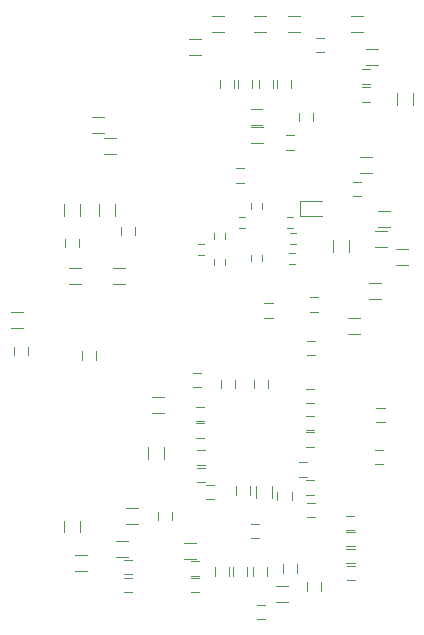
<source format=gbr>
G04 #@! TF.FileFunction,Legend,Bot*
%FSLAX46Y46*%
G04 Gerber Fmt 4.6, Leading zero omitted, Abs format (unit mm)*
G04 Created by KiCad (PCBNEW 4.0.5) date 07/19/18 22:11:56*
%MOMM*%
%LPD*%
G01*
G04 APERTURE LIST*
%ADD10C,0.100000*%
%ADD11C,0.120000*%
G04 APERTURE END LIST*
D10*
D11*
X158488000Y-43262000D02*
X157488000Y-43262000D01*
X157488000Y-44622000D02*
X158488000Y-44622000D01*
X151603000Y-37434000D02*
X151603000Y-36734000D01*
X150403000Y-36734000D02*
X150403000Y-37434000D01*
X145130000Y-71028000D02*
X144430000Y-71028000D01*
X144430000Y-72228000D02*
X145130000Y-72228000D01*
X141570000Y-74010000D02*
X141570000Y-73310000D01*
X140370000Y-73310000D02*
X140370000Y-74010000D01*
X143172000Y-78705000D02*
X143872000Y-78705000D01*
X143872000Y-77505000D02*
X143172000Y-77505000D01*
X143148000Y-80102000D02*
X143848000Y-80102000D01*
X143848000Y-78902000D02*
X143148000Y-78902000D01*
X144241000Y-64424000D02*
X143541000Y-64424000D01*
X143541000Y-65624000D02*
X144241000Y-65624000D01*
X144241000Y-65821000D02*
X143541000Y-65821000D01*
X143541000Y-67021000D02*
X144241000Y-67021000D01*
X137445000Y-78578000D02*
X138145000Y-78578000D01*
X138145000Y-77378000D02*
X137445000Y-77378000D01*
X137457000Y-80102000D02*
X138157000Y-80102000D01*
X138157000Y-78902000D02*
X137457000Y-78902000D01*
X158338000Y-35849000D02*
X157638000Y-35849000D01*
X157638000Y-37049000D02*
X158338000Y-37049000D01*
X158338000Y-37373000D02*
X157638000Y-37373000D01*
X157638000Y-38573000D02*
X158338000Y-38573000D01*
X129378000Y-60040000D02*
X129378000Y-59340000D01*
X128178000Y-59340000D02*
X128178000Y-60040000D01*
X135093000Y-60421000D02*
X135093000Y-59721000D01*
X133893000Y-59721000D02*
X133893000Y-60421000D01*
X148748000Y-82388000D02*
X149448000Y-82388000D01*
X149448000Y-81188000D02*
X148748000Y-81188000D01*
X148914600Y-74330000D02*
X148214600Y-74330000D01*
X148214600Y-75530000D02*
X148914600Y-75530000D01*
X157016500Y-76425500D02*
X156316500Y-76425500D01*
X156316500Y-77625500D02*
X157016500Y-77625500D01*
X159544500Y-64487500D02*
X158844500Y-64487500D01*
X158844500Y-65687500D02*
X159544500Y-65687500D01*
X157068000Y-77886000D02*
X156368000Y-77886000D01*
X156368000Y-79086000D02*
X157068000Y-79086000D01*
X159417500Y-68043500D02*
X158717500Y-68043500D01*
X158717500Y-69243500D02*
X159417500Y-69243500D01*
X154143000Y-79979000D02*
X154143000Y-79279000D01*
X152943000Y-79279000D02*
X152943000Y-79979000D01*
X156992500Y-73631500D02*
X156292500Y-73631500D01*
X156292500Y-74831500D02*
X156992500Y-74831500D01*
X157016500Y-75028500D02*
X156316500Y-75028500D01*
X156316500Y-76228500D02*
X157016500Y-76228500D01*
X146974000Y-71151000D02*
X146974000Y-71851000D01*
X148174000Y-71851000D02*
X148174000Y-71151000D01*
X146396000Y-78709000D02*
X146396000Y-78009000D01*
X145196000Y-78009000D02*
X145196000Y-78709000D01*
X147920000Y-78709000D02*
X147920000Y-78009000D01*
X146720000Y-78009000D02*
X146720000Y-78709000D01*
X144368000Y-69567500D02*
X143668000Y-69567500D01*
X143668000Y-70767500D02*
X144368000Y-70767500D01*
X149698000Y-62834000D02*
X149698000Y-62134000D01*
X148498000Y-62134000D02*
X148498000Y-62834000D01*
X152863500Y-64100000D02*
X153563500Y-64100000D01*
X153563500Y-62900000D02*
X152863500Y-62900000D01*
X152304000Y-70323000D02*
X153004000Y-70323000D01*
X153004000Y-69123000D02*
X152304000Y-69123000D01*
X152875500Y-71847000D02*
X153575500Y-71847000D01*
X153575500Y-70647000D02*
X152875500Y-70647000D01*
X152939000Y-73752000D02*
X153639000Y-73752000D01*
X153639000Y-72552000D02*
X152939000Y-72552000D01*
X150466500Y-71595500D02*
X150466500Y-72295500D01*
X151666500Y-72295500D02*
X151666500Y-71595500D01*
X152111000Y-78455000D02*
X152111000Y-77755000D01*
X150911000Y-77755000D02*
X150911000Y-78455000D01*
X152863500Y-66386000D02*
X153563500Y-66386000D01*
X153563500Y-65186000D02*
X152863500Y-65186000D01*
X152863500Y-67783000D02*
X153563500Y-67783000D01*
X153563500Y-66583000D02*
X152863500Y-66583000D01*
X152939000Y-60036000D02*
X153639000Y-60036000D01*
X153639000Y-58836000D02*
X152939000Y-58836000D01*
X146904000Y-62834000D02*
X146904000Y-62134000D01*
X145704000Y-62134000D02*
X145704000Y-62834000D01*
X144038500Y-61566500D02*
X143338500Y-61566500D01*
X143338500Y-62766500D02*
X144038500Y-62766500D01*
X144368000Y-68107000D02*
X143668000Y-68107000D01*
X143668000Y-69307000D02*
X144368000Y-69307000D01*
X151161000Y-42637000D02*
X151861000Y-42637000D01*
X151861000Y-41437000D02*
X151161000Y-41437000D01*
X152308000Y-39528000D02*
X152308000Y-40228000D01*
X153508000Y-40228000D02*
X153508000Y-39528000D01*
X153701000Y-34382000D02*
X154401000Y-34382000D01*
X154401000Y-33182000D02*
X153701000Y-33182000D01*
X148301000Y-37434000D02*
X148301000Y-36734000D01*
X147101000Y-36734000D02*
X147101000Y-37434000D01*
X146777000Y-37434000D02*
X146777000Y-36734000D01*
X145577000Y-36734000D02*
X145577000Y-37434000D01*
X150079000Y-37434000D02*
X150079000Y-36734000D01*
X148879000Y-36734000D02*
X148879000Y-37434000D01*
X133696000Y-50896000D02*
X133696000Y-50196000D01*
X132496000Y-50196000D02*
X132496000Y-50896000D01*
X137195000Y-49180000D02*
X137195000Y-49880000D01*
X138395000Y-49880000D02*
X138395000Y-49180000D01*
X153893000Y-55153000D02*
X153193000Y-55153000D01*
X153193000Y-56353000D02*
X153893000Y-56353000D01*
X157576000Y-45374000D02*
X156876000Y-45374000D01*
X156876000Y-46574000D02*
X157576000Y-46574000D01*
X152393000Y-48225000D02*
X152393000Y-47025000D01*
X154243000Y-48225000D02*
X152393000Y-48225000D01*
X154243000Y-47025000D02*
X152393000Y-47025000D01*
X140888000Y-68826000D02*
X140888000Y-67826000D01*
X139528000Y-67826000D02*
X139528000Y-68826000D01*
X143545000Y-75901000D02*
X142545000Y-75901000D01*
X142545000Y-77261000D02*
X143545000Y-77261000D01*
X140835000Y-63582000D02*
X139835000Y-63582000D01*
X139835000Y-64942000D02*
X140835000Y-64942000D01*
X137787000Y-75774000D02*
X136787000Y-75774000D01*
X136787000Y-77134000D02*
X137787000Y-77134000D01*
X157996000Y-35478000D02*
X158996000Y-35478000D01*
X158996000Y-34118000D02*
X157996000Y-34118000D01*
X128897000Y-56343000D02*
X127897000Y-56343000D01*
X127897000Y-57703000D02*
X128897000Y-57703000D01*
X134346000Y-76917000D02*
X133346000Y-76917000D01*
X133346000Y-78277000D02*
X134346000Y-78277000D01*
X132416000Y-74049000D02*
X132416000Y-75049000D01*
X133776000Y-75049000D02*
X133776000Y-74049000D01*
X151376000Y-79584000D02*
X150376000Y-79584000D01*
X150376000Y-80944000D02*
X151376000Y-80944000D01*
X132416000Y-47252000D02*
X132416000Y-48252000D01*
X133776000Y-48252000D02*
X133776000Y-47252000D01*
X135337000Y-47252000D02*
X135337000Y-48252000D01*
X136697000Y-48252000D02*
X136697000Y-47252000D01*
X150032000Y-72128000D02*
X150032000Y-71128000D01*
X148672000Y-71128000D02*
X148672000Y-72128000D01*
X137676000Y-74340000D02*
X138676000Y-74340000D01*
X138676000Y-72980000D02*
X137676000Y-72980000D01*
X144010000Y-33229000D02*
X143010000Y-33229000D01*
X143010000Y-34589000D02*
X144010000Y-34589000D01*
X157726000Y-31324000D02*
X156726000Y-31324000D01*
X156726000Y-32684000D02*
X157726000Y-32684000D01*
X145915000Y-31324000D02*
X144915000Y-31324000D01*
X144915000Y-32684000D02*
X145915000Y-32684000D01*
X149471000Y-31324000D02*
X148471000Y-31324000D01*
X148471000Y-32684000D02*
X149471000Y-32684000D01*
X152392000Y-31324000D02*
X151392000Y-31324000D01*
X151392000Y-32684000D02*
X152392000Y-32684000D01*
X133850000Y-52660000D02*
X132850000Y-52660000D01*
X132850000Y-54020000D02*
X133850000Y-54020000D01*
X137533000Y-52660000D02*
X136533000Y-52660000D01*
X136533000Y-54020000D02*
X137533000Y-54020000D01*
X135755000Y-39833000D02*
X134755000Y-39833000D01*
X134755000Y-41193000D02*
X135755000Y-41193000D01*
X156472000Y-58211000D02*
X157472000Y-58211000D01*
X157472000Y-56851000D02*
X156472000Y-56851000D01*
X135771000Y-42971000D02*
X136771000Y-42971000D01*
X136771000Y-41611000D02*
X135771000Y-41611000D01*
X158250000Y-55290000D02*
X159250000Y-55290000D01*
X159250000Y-53930000D02*
X158250000Y-53930000D01*
X158770000Y-50845000D02*
X159770000Y-50845000D01*
X159770000Y-49485000D02*
X158770000Y-49485000D01*
X161536000Y-51009000D02*
X160536000Y-51009000D01*
X160536000Y-52369000D02*
X161536000Y-52369000D01*
X156509000Y-51300000D02*
X156509000Y-50300000D01*
X155149000Y-50300000D02*
X155149000Y-51300000D01*
X159012000Y-49194000D02*
X160012000Y-49194000D01*
X160012000Y-47834000D02*
X159012000Y-47834000D01*
X149571000Y-78709000D02*
X149571000Y-78009000D01*
X148371000Y-78009000D02*
X148371000Y-78709000D01*
X148205000Y-40558000D02*
X149205000Y-40558000D01*
X149205000Y-39198000D02*
X148205000Y-39198000D01*
X148217000Y-42082000D02*
X149217000Y-42082000D01*
X149217000Y-40722000D02*
X148217000Y-40722000D01*
X149187000Y-47121000D02*
X149187000Y-47621000D01*
X148247000Y-47621000D02*
X148247000Y-47121000D01*
X152015000Y-50635000D02*
X151515000Y-50635000D01*
X151515000Y-49695000D02*
X152015000Y-49695000D01*
X143768000Y-50584000D02*
X144268000Y-50584000D01*
X144268000Y-51524000D02*
X143768000Y-51524000D01*
X145072000Y-50161000D02*
X145072000Y-49661000D01*
X146012000Y-49661000D02*
X146012000Y-50161000D01*
X149187000Y-51566000D02*
X149187000Y-52066000D01*
X148247000Y-52066000D02*
X148247000Y-51566000D01*
X147697000Y-49238000D02*
X147197000Y-49238000D01*
X147197000Y-48298000D02*
X147697000Y-48298000D01*
X151761000Y-49238000D02*
X151261000Y-49238000D01*
X151261000Y-48298000D02*
X151761000Y-48298000D01*
X151973000Y-52286000D02*
X151473000Y-52286000D01*
X151473000Y-51346000D02*
X151973000Y-51346000D01*
X146012000Y-51905000D02*
X146012000Y-52405000D01*
X145072000Y-52405000D02*
X145072000Y-51905000D01*
X149371000Y-56861000D02*
X150071000Y-56861000D01*
X150071000Y-55661000D02*
X149371000Y-55661000D01*
X146970000Y-45431000D02*
X147670000Y-45431000D01*
X147670000Y-44231000D02*
X146970000Y-44231000D01*
X161970000Y-38842000D02*
X161970000Y-37842000D01*
X160610000Y-37842000D02*
X160610000Y-38842000D01*
M02*

</source>
